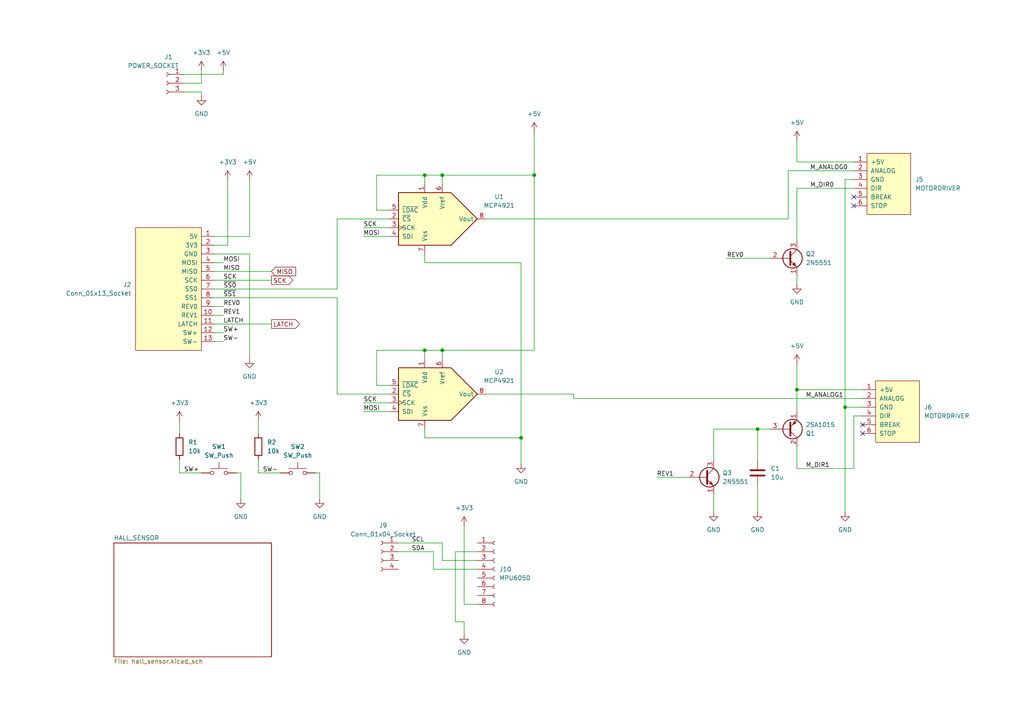
<source format=kicad_sch>
(kicad_sch (version 20250114) (generator "eeschema") (generator_version "9.0")
  (paper "A4")
  (lib_symbols
    (symbol "2SC1815_1" (pin_names (offset 0) (hide yes))
      (property "Reference" "Q3" (at 5.08 1.2701 0))
      (property "Value" "2SC1815" (at 5.08 -1.2699 0))
      (symbol "2SC1815_1_0_1"
        (polyline (pts (xy -2.54 0) (xy 0.635 0)))
        (polyline (pts (xy 0.635 1.905) (xy 0.635 -1.905)) (stroke (width 0.508)))
        (circle (center 1.27 0) (radius 2.8194) (stroke (width 0.254)))
      )
      (symbol "2SC1815_1_1_1"
        (polyline (pts (xy 0.635 0.635) (xy 2.54 2.54)))
        (polyline (pts (xy 0.635 -0.635) (xy 2.54 -2.54)))
        (polyline (pts (xy 1.27 -1.778) (xy 1.778 -1.27) (xy 2.286 -2.286) (xy 1.27 -1.778)) (fill (type outline)))
        (pin input line (at -5.08 0 0) (length 2.54) (name "B") (number "2"))
        (pin passive line (at 2.54 5.08 270) (length 2.54) (name "C") (number "3"))
        (pin passive line (at 2.54 -5.08 90) (length 2.54) (name "E") (number "1"))
      )
    )
    (symbol "Analog_DAC:MCP4921" (pin_names (offset 1.016))
      (property "Reference" "U" (at 6.35 10.795 0))
      (property "Value" "MCP4921" (at 6.35 8.89 0))
      (symbol "MCP4921_0_0"
        (polyline (pts (xy 15.24 0) (xy 7.62 7.62) (xy -7.62 7.62) (xy -7.62 -7.62) (xy 7.62 -7.62) (xy 15.24 0)) (stroke (width 0.254)) (fill (type background)))
      )
      (symbol "MCP4921_1_1"
        (pin input line (at -10.16 2.54 0) (length 2.54) (name "~{LDAC}") (number "5"))
        (pin input line (at -10.16 0 0) (length 2.54) (name "~{CS}") (number "2"))
        (pin input clock (at -10.16 -2.54 0) (length 2.54) (name "SCK") (number "3"))
        (pin input line (at -10.16 -5.08 0) (length 2.54) (name "SDI") (number "4"))
        (pin power_in line (at 0 10.16 270) (length 2.54) (name "Vdd") (number "1"))
        (pin power_in line (at 0 -10.16 90) (length 2.54) (name "Vss") (number "7"))
        (pin power_in line (at 5.08 10.16 270) (length 2.54) (name "Vref") (number "6"))
        (pin output line (at 17.78 0 180) (length 2.54) (name "Vout") (number "8"))
      )
    )
    (symbol "Conn_01x06_Socket_1" (pin_names (offset 1.016))
      (property "Reference" "J4" (at 3.81 6.35 0))
      (property "Value" "MOTORDRIVER" (at 3.81 3.81 0))
      (symbol "Conn_01x06_Socket_1_1_1"
        (rectangle (start 3.81 2.54) (end 16.51 -15.24) (fill (type background)))
        (pin passive line (at 0 0 0) (length 3.81) (name "+5V") (number "1"))
        (pin passive line (at 0 -2.54 0) (length 3.81) (name "ANALOG") (number "2"))
        (pin passive line (at 0 -5.08 0) (length 3.81) (name "GND") (number "3"))
        (pin passive line (at 0 -7.62 0) (length 3.81) (name "DIR") (number "4"))
        (pin passive line (at 0 -10.16 0) (length 3.81) (name "BREAK") (number "5"))
        (pin passive line (at 0 -12.7 0) (length 3.81) (name "STOP") (number "6"))
      )
    )
    (symbol "Connector:Conn_01x03_Socket" (pin_names (offset 1.016) (hide yes))
      (property "Reference" "J" (at 0 5.08 0))
      (property "Value" "Conn_01x03_Socket" (at 0 -5.08 0))
      (symbol "Conn_01x03_Socket_1_1"
        (polyline (pts (xy -1.27 2.54) (xy -0.508 2.54)) (stroke (width 0.1524)))
        (polyline (pts (xy -1.27 0) (xy -0.508 0)) (stroke (width 0.1524)))
        (polyline (pts (xy -1.27 -2.54) (xy -0.508 -2.54)) (stroke (width 0.1524)))
        (arc (start 0 2.032) (mid -0.5058 2.54) (end 0 3.048) (stroke (width 0.1524)))
        (arc (start 0 -0.508) (mid -0.5058 0) (end 0 0.508) (stroke (width 0.1524)))
        (arc (start 0 -3.048) (mid -0.5058 -2.54) (end 0 -2.032) (stroke (width 0.1524)))
        (pin passive line (at -5.08 2.54 0) (length 3.81) (name "Pin_1") (number "1"))
        (pin passive line (at -5.08 0 0) (length 3.81) (name "Pin_2") (number "2"))
        (pin passive line (at -5.08 -2.54 0) (length 3.81) (name "Pin_3") (number "3"))
      )
    )
    (symbol "Connector:Conn_01x04_Socket" (pin_names (offset 1.016) (hide yes))
      (property "Reference" "J" (at 0 5.08 0))
      (property "Value" "Conn_01x04_Socket" (at 0 -7.62 0))
      (symbol "Conn_01x04_Socket_1_1"
        (polyline (pts (xy -1.27 2.54) (xy -0.508 2.54)) (stroke (width 0.1524)))
        (polyline (pts (xy -1.27 0) (xy -0.508 0)) (stroke (width 0.1524)))
        (polyline (pts (xy -1.27 -2.54) (xy -0.508 -2.54)) (stroke (width 0.1524)))
        (polyline (pts (xy -1.27 -5.08) (xy -0.508 -5.08)) (stroke (width 0.1524)))
        (arc (start 0 2.032) (mid -0.5058 2.54) (end 0 3.048) (stroke (width 0.1524)))
        (arc (start 0 -0.508) (mid -0.5058 0) (end 0 0.508) (stroke (width 0.1524)))
        (arc (start 0 -3.048) (mid -0.5058 -2.54) (end 0 -2.032) (stroke (width 0.1524)))
        (arc (start 0 -5.588) (mid -0.5058 -5.08) (end 0 -4.572) (stroke (width 0.1524)))
        (pin passive line (at -5.08 2.54 0) (length 3.81) (name "Pin_1") (number "1"))
        (pin passive line (at -5.08 0 0) (length 3.81) (name "Pin_2") (number "2"))
        (pin passive line (at -5.08 -2.54 0) (length 3.81) (name "Pin_3") (number "3"))
        (pin passive line (at -5.08 -5.08 0) (length 3.81) (name "Pin_4") (number "4"))
      )
    )
    (symbol "Connector:Conn_01x08_Socket" (pin_names (offset 1.016) (hide yes))
      (property "Reference" "J" (at 0 10.16 0))
      (property "Value" "Conn_01x08_Socket" (at 0 -12.7 0))
      (symbol "Conn_01x08_Socket_1_1"
        (polyline (pts (xy -1.27 7.62) (xy -0.508 7.62)) (stroke (width 0.1524)))
        (polyline (pts (xy -1.27 5.08) (xy -0.508 5.08)) (stroke (width 0.1524)))
        (polyline (pts (xy -1.27 2.54) (xy -0.508 2.54)) (stroke (width 0.1524)))
        (polyline (pts (xy -1.27 0) (xy -0.508 0)) (stroke (width 0.1524)))
        (polyline (pts (xy -1.27 -2.54) (xy -0.508 -2.54)) (stroke (width 0.1524)))
        (polyline (pts (xy -1.27 -5.08) (xy -0.508 -5.08)) (stroke (width 0.1524)))
        (polyline (pts (xy -1.27 -7.62) (xy -0.508 -7.62)) (stroke (width 0.1524)))
        (polyline (pts (xy -1.27 -10.16) (xy -0.508 -10.16)) (stroke (width 0.1524)))
        (arc (start 0 7.112) (mid -0.5058 7.62) (end 0 8.128) (stroke (width 0.1524)))
        (arc (start 0 4.572) (mid -0.5058 5.08) (end 0 5.588) (stroke (width 0.1524)))
        (arc (start 0 2.032) (mid -0.5058 2.54) (end 0 3.048) (stroke (width 0.1524)))
        (arc (start 0 -0.508) (mid -0.5058 0) (end 0 0.508) (stroke (width 0.1524)))
        (arc (start 0 -3.048) (mid -0.5058 -2.54) (end 0 -2.032) (stroke (width 0.1524)))
        (arc (start 0 -5.588) (mid -0.5058 -5.08) (end 0 -4.572) (stroke (width 0.1524)))
        (arc (start 0 -8.128) (mid -0.5058 -7.62) (end 0 -7.112) (stroke (width 0.1524)))
        (arc (start 0 -10.668) (mid -0.5058 -10.16) (end 0 -9.652) (stroke (width 0.1524)))
        (pin passive line (at -5.08 7.62 0) (length 3.81) (name "Pin_1") (number "1"))
        (pin passive line (at -5.08 5.08 0) (length 3.81) (name "Pin_2") (number "2"))
        (pin passive line (at -5.08 2.54 0) (length 3.81) (name "Pin_3") (number "3"))
        (pin passive line (at -5.08 0 0) (length 3.81) (name "Pin_4") (number "4"))
        (pin passive line (at -5.08 -2.54 0) (length 3.81) (name "Pin_5") (number "5"))
        (pin passive line (at -5.08 -5.08 0) (length 3.81) (name "Pin_6") (number "6"))
        (pin passive line (at -5.08 -7.62 0) (length 3.81) (name "Pin_7") (number "7"))
        (pin passive line (at -5.08 -10.16 0) (length 3.81) (name "Pin_8") (number "8"))
      )
    )
    (symbol "Connector:Conn_01x13_Socket" (pin_names (offset 1.016))
      (property "Reference" "J1" (at 4.064 5.842 0))
      (property "Value" "Conn_01x13_Socket" (at 3.81 3.81 0))
      (symbol "Conn_01x13_Socket_1_1"
        (rectangle (start 3.81 2.54) (end 22.86 -33.02) (fill (type background)))
        (pin passive line (at 0 0 0) (length 3.81) (name "5V") (number "1"))
        (pin passive line (at 0 -2.54 0) (length 3.81) (name "3V3") (number "2"))
        (pin passive line (at 0 -5.08 0) (length 3.81) (name "GND") (number "3"))
        (pin passive line (at 0 -7.62 0) (length 3.81) (name "MOSI") (number "4"))
        (pin passive line (at 0 -10.16 0) (length 3.81) (name "MISO") (number "5"))
        (pin passive line (at 0 -12.7 0) (length 3.81) (name "SCK") (number "6"))
        (pin passive line (at 0 -15.24 0) (length 3.81) (name "SS0") (number "7"))
        (pin passive line (at 0 -17.78 0) (length 3.81) (name "SS1") (number "8"))
        (pin passive line (at 0 -20.32 0) (length 3.81) (name "REV0") (number "9"))
        (pin passive line (at 0 -22.86 0) (length 3.81) (name "REV1") (number "10"))
        (pin passive line (at 0 -25.4 0) (length 3.81) (name "LATCH") (number "11"))
        (pin passive line (at 0 -27.94 0) (length 3.81) (name "SW+") (number "12"))
        (pin passive line (at 0 -30.48 0) (length 3.81) (name "SW-") (number "13"))
      )
    )
    (symbol "Device:C" (pin_numbers (hide yes)) (pin_names (offset 0.254))
      (property "Reference" "C" (at 0.635 2.54 0))
      (property "Value" "C" (at 0.635 -2.54 0))
      (symbol "C_0_1"
        (polyline (pts (xy -2.032 0.762) (xy 2.032 0.762)) (stroke (width 0.508)))
        (polyline (pts (xy -2.032 -0.762) (xy 2.032 -0.762)) (stroke (width 0.508)))
      )
      (symbol "C_1_1"
        (pin passive line (at 0 3.81 270) (length 2.794) (name "~") (number "1"))
        (pin passive line (at 0 -3.81 90) (length 2.794) (name "~") (number "2"))
      )
    )
    (symbol "Device:R" (pin_numbers (hide yes)) (pin_names (offset 0))
      (property "Reference" "R" (at 2.032 0 90))
      (property "Value" "R" (at 0 0 90))
      (symbol "R_0_1"
        (rectangle (start -1.016 -2.54) (end 1.016 2.54) (stroke (width 0.254)))
      )
      (symbol "R_1_1"
        (pin passive line (at 0 3.81 270) (length 1.27) (name "~") (number "1"))
        (pin passive line (at 0 -3.81 90) (length 1.27) (name "~") (number "2"))
      )
    )
    (symbol "Switch:SW_Push" (pin_numbers (hide yes)) (pin_names (offset 1.016) (hide yes))
      (property "Reference" "SW" (at 1.27 2.54 0))
      (property "Value" "SW_Push" (at 0 -1.524 0))
      (symbol "SW_Push_0_1"
        (circle (center -2.032 0) (radius 0.508))
        (polyline (pts (xy 0 1.27) (xy 0 3.048)))
        (circle (center 2.032 0) (radius 0.508))
        (polyline (pts (xy 2.54 1.27) (xy -2.54 1.27)))
        (pin passive line (at -5.08 0 0) (length 2.54) (name "1") (number "1"))
        (pin passive line (at 5.08 0 180) (length 2.54) (name "2") (number "2"))
      )
    )
    (symbol "Transistor_BJT:2SA1015" (pin_names (offset 0) (hide yes))
      (property "Reference" "Q" (at 5.08 1.905 0))
      (property "Value" "2SA1015" (at 5.08 0 0))
      (symbol "2SA1015_0_1"
        (polyline (pts (xy -2.54 0) (xy 0.635 0)))
        (polyline (pts (xy 0.635 1.905) (xy 0.635 -1.905)) (stroke (width 0.508)))
        (polyline (pts (xy 0.635 0.635) (xy 2.54 2.54)))
        (polyline (pts (xy 0.635 -0.635) (xy 2.54 -2.54)))
        (circle (center 1.27 0) (radius 2.8194) (stroke (width 0.254)))
        (polyline (pts (xy 2.286 -1.778) (xy 1.778 -2.286) (xy 1.27 -1.27) (xy 2.286 -1.778)) (fill (type outline)))
      )
      (symbol "2SA1015_1_1"
        (pin input line (at -5.08 0 0) (length 2.54) (name "B") (number "3"))
        (pin passive line (at 2.54 5.08 270) (length 2.54) (name "C") (number "2"))
        (pin passive line (at 2.54 -5.08 90) (length 2.54) (name "E") (number "1"))
      )
    )
    (symbol "power:+3V3" (power) (pin_numbers (hide yes)) (pin_names (offset 0) (hide yes))
      (property "Value" "+3V3" (at 0 3.556 0))
      (symbol "+3V3_0_1"
        (polyline (pts (xy -0.762 1.27) (xy 0 2.54)))
        (polyline (pts (xy 0 2.54) (xy 0.762 1.27)))
        (polyline (pts (xy 0 0) (xy 0 2.54)))
      )
      (symbol "+3V3_1_1"
        (pin power_in line (at 0 0 90) (length 0) (name "~") (number "1"))
      )
    )
    (symbol "power:+5V" (power) (pin_numbers (hide yes)) (pin_names (offset 0) (hide yes))
      (property "Value" "+5V" (at 0 3.556 0))
      (symbol "+5V_0_1"
        (polyline (pts (xy -0.762 1.27) (xy 0 2.54)))
        (polyline (pts (xy 0 2.54) (xy 0.762 1.27)))
        (polyline (pts (xy 0 0) (xy 0 2.54)))
      )
      (symbol "+5V_1_1"
        (pin power_in line (at 0 0 90) (length 0) (name "~") (number "1"))
      )
    )
    (symbol "power:GND" (power) (pin_numbers (hide yes)) (pin_names (offset 0) (hide yes))
      (property "Value" "GND" (at 0 -3.81 0))
      (symbol "GND_0_1"
        (polyline (pts (xy 0 0) (xy 0 -1.27) (xy 1.27 -1.27) (xy 0 -2.54) (xy -1.27 -1.27) (xy 0 -1.27)))
      )
      (symbol "GND_1_1"
        (pin power_in line (at 0 0 270) (length 0) (name "~") (number "1"))
      )
    )
  )
  (junction (at 231.14 113.03))
  (junction (at 128.27 50.8))
  (junction (at 219.71 124.46))
  (junction (at 123.19 50.8))
  (junction (at 151.13 127))
  (junction (at 123.19 101.6))
  (junction (at 154.94 50.8))
  (junction (at 128.27 101.6))
  (junction (at 245.11 118.11))
  (no_connect (at 247.65 57.15))
  (no_connect (at 250.19 125.73))
  (no_connect (at 247.65 59.69))
  (no_connect (at 250.19 123.19))
  (wire (pts (xy 123.19 127) (xy 123.19 124.46)))
  (wire (pts (xy 69.85 137.16) (xy 68.58 137.16)))
  (wire (pts (xy 62.23 76.2) (xy 64.77 76.2)))
  (wire (pts (xy 250.19 120.65) (xy 247.65 120.65)))
  (wire (pts (xy 128.27 101.6) (xy 123.19 101.6)))
  (wire (pts (xy 151.13 127) (xy 151.13 76.2)))
  (wire (pts (xy 228.6 63.5) (xy 228.6 49.53)))
  (wire (pts (xy 62.23 93.98) (xy 78.74 93.98)))
  (wire (pts (xy 128.27 50.8) (xy 128.27 53.34)))
  (wire (pts (xy 74.93 121.92) (xy 74.93 125.73)))
  (wire (pts (xy 132.08 160.02) (xy 132.08 180.34)))
  (wire (pts (xy 123.19 101.6) (xy 109.22 101.6)))
  (wire (pts (xy 72.39 68.58) (xy 62.23 68.58)))
  (wire (pts (xy 207.01 124.46) (xy 219.71 124.46)))
  (wire (pts (xy 128.27 101.6) (xy 128.27 104.14)))
  (wire (pts (xy 231.14 105.41) (xy 231.14 113.03)))
  (wire (pts (xy 52.07 121.92) (xy 52.07 125.73)))
  (wire (pts (xy 58.42 27.94) (xy 58.42 26.67)))
  (wire (pts (xy 128.27 50.8) (xy 154.94 50.8)))
  (wire (pts (xy 62.23 91.44) (xy 64.77 91.44)))
  (wire (pts (xy 58.42 24.13) (xy 58.42 20.32)))
  (wire (pts (xy 231.14 113.03) (xy 231.14 119.38)))
  (wire (pts (xy 115.57 160.02) (xy 125.73 160.02)))
  (wire (pts (xy 123.19 76.2) (xy 123.19 73.66)))
  (wire (pts (xy 123.19 50.8) (xy 109.22 50.8)))
  (wire (pts (xy 231.14 69.85) (xy 231.14 54.61)))
  (wire (pts (xy 97.79 114.3) (xy 97.79 86.36)))
  (wire (pts (xy 250.19 115.57) (xy 166.37 115.57)))
  (wire (pts (xy 151.13 76.2) (xy 123.19 76.2)))
  (wire (pts (xy 219.71 124.46) (xy 223.52 124.46)))
  (wire (pts (xy 97.79 114.3) (xy 113.03 114.3)))
  (wire (pts (xy 231.14 113.03) (xy 250.19 113.03)))
  (wire (pts (xy 62.23 99.06) (xy 64.77 99.06)))
  (wire (pts (xy 210.82 74.93) (xy 223.52 74.93)))
  (wire (pts (xy 62.23 78.74) (xy 78.74 78.74)))
  (wire (pts (xy 128.27 162.56) (xy 138.43 162.56)))
  (wire (pts (xy 138.43 160.02) (xy 132.08 160.02)))
  (wire (pts (xy 207.01 143.51) (xy 207.01 148.59)))
  (wire (pts (xy 66.04 71.12) (xy 66.04 52.07)))
  (wire (pts (xy 128.27 50.8) (xy 123.19 50.8)))
  (wire (pts (xy 123.19 50.8) (xy 123.19 53.34)))
  (wire (pts (xy 109.22 101.6) (xy 109.22 111.76)))
  (wire (pts (xy 69.85 144.78) (xy 69.85 137.16)))
  (wire (pts (xy 245.11 148.59) (xy 245.11 118.11)))
  (wire (pts (xy 154.94 50.8) (xy 154.94 101.6)))
  (wire (pts (xy 62.23 88.9) (xy 64.77 88.9)))
  (wire (pts (xy 72.39 52.07) (xy 72.39 68.58)))
  (wire (pts (xy 132.08 180.34) (xy 134.62 180.34)))
  (wire (pts (xy 219.71 140.97) (xy 219.71 148.59)))
  (wire (pts (xy 109.22 111.76) (xy 113.03 111.76)))
  (wire (pts (xy 151.13 134.62) (xy 151.13 127)))
  (wire (pts (xy 166.37 114.3) (xy 140.97 114.3)))
  (wire (pts (xy 64.77 20.32) (xy 64.77 21.59)))
  (wire (pts (xy 62.23 96.52) (xy 64.77 96.52)))
  (wire (pts (xy 105.41 119.38) (xy 113.03 119.38)))
  (wire (pts (xy 219.71 124.46) (xy 219.71 133.35)))
  (wire (pts (xy 231.14 46.99) (xy 247.65 46.99)))
  (wire (pts (xy 247.65 135.89) (xy 231.14 135.89)))
  (wire (pts (xy 123.19 101.6) (xy 123.19 104.14)))
  (wire (pts (xy 105.41 116.84) (xy 113.03 116.84)))
  (wire (pts (xy 52.07 133.35) (xy 52.07 137.16)))
  (wire (pts (xy 166.37 115.57) (xy 166.37 114.3)))
  (wire (pts (xy 138.43 175.26) (xy 134.62 175.26)))
  (wire (pts (xy 97.79 83.82) (xy 97.79 63.5)))
  (wire (pts (xy 109.22 50.8) (xy 109.22 60.96)))
  (wire (pts (xy 134.62 180.34) (xy 134.62 184.15)))
  (wire (pts (xy 154.94 38.1) (xy 154.94 50.8)))
  (wire (pts (xy 92.71 144.78) (xy 92.71 137.16)))
  (wire (pts (xy 231.14 135.89) (xy 231.14 129.54)))
  (wire (pts (xy 134.62 175.26) (xy 134.62 152.4)))
  (wire (pts (xy 125.73 165.1) (xy 138.43 165.1)))
  (wire (pts (xy 231.14 40.64) (xy 231.14 46.99)))
  (wire (pts (xy 53.34 24.13) (xy 58.42 24.13)))
  (wire (pts (xy 62.23 71.12) (xy 66.04 71.12)))
  (wire (pts (xy 53.34 21.59) (xy 64.77 21.59)))
  (wire (pts (xy 62.23 83.82) (xy 97.79 83.82)))
  (wire (pts (xy 140.97 63.5) (xy 228.6 63.5)))
  (wire (pts (xy 231.14 80.01) (xy 231.14 82.55)))
  (wire (pts (xy 97.79 86.36) (xy 62.23 86.36)))
  (wire (pts (xy 97.79 63.5) (xy 113.03 63.5)))
  (wire (pts (xy 207.01 124.46) (xy 207.01 133.35)))
  (wire (pts (xy 62.23 81.28) (xy 78.74 81.28)))
  (wire (pts (xy 128.27 157.48) (xy 128.27 162.56)))
  (wire (pts (xy 52.07 137.16) (xy 58.42 137.16)))
  (wire (pts (xy 115.57 157.48) (xy 128.27 157.48)))
  (wire (pts (xy 245.11 52.07) (xy 247.65 52.07)))
  (wire (pts (xy 125.73 160.02) (xy 125.73 165.1)))
  (wire (pts (xy 72.39 104.14) (xy 72.39 73.66)))
  (wire (pts (xy 228.6 49.53) (xy 247.65 49.53)))
  (wire (pts (xy 74.93 137.16) (xy 81.28 137.16)))
  (wire (pts (xy 72.39 73.66) (xy 62.23 73.66)))
  (wire (pts (xy 151.13 127) (xy 123.19 127)))
  (wire (pts (xy 154.94 101.6) (xy 128.27 101.6)))
  (wire (pts (xy 109.22 60.96) (xy 113.03 60.96)))
  (wire (pts (xy 58.42 26.67) (xy 53.34 26.67)))
  (wire (pts (xy 105.41 68.58) (xy 113.03 68.58)))
  (wire (pts (xy 190.5 138.43) (xy 199.39 138.43)))
  (wire (pts (xy 245.11 118.11) (xy 250.19 118.11)))
  (wire (pts (xy 74.93 133.35) (xy 74.93 137.16)))
  (wire (pts (xy 92.71 137.16) (xy 91.44 137.16)))
  (wire (pts (xy 231.14 54.61) (xy 247.65 54.61)))
  (wire (pts (xy 245.11 118.11) (xy 245.11 52.07)))
  (wire (pts (xy 105.41 66.04) (xy 113.03 66.04)))
  (wire (pts (xy 247.65 120.65) (xy 247.65 135.89)))
  (label "REV1" (at 64.77 91.44 0))
  (label "SCK" (at 105.41 66.04 0))
  (label "M_ANALOG1" (at 233.68 115.57 0))
  (label "M_ANALOG0" (at 234.95 49.53 0))
  (label "SCK" (at 105.41 116.84 0))
  (label "LATCH" (at 64.77 93.98 0))
  (label "M_DIR0" (at 234.95 54.61 0))
  (label "SW-" (at 64.77 99.06 0))
  (label "~{SS1}" (at 64.77 86.36 0))
  (label "SCK" (at 64.77 81.28 0))
  (label "MOSI" (at 105.41 119.38 0))
  (label "SDA" (at 119.38 160.02 0))
  (label "M_DIR1" (at 233.68 135.89 0))
  (label "MOSI" (at 64.77 76.2 0))
  (label "MOSI" (at 105.41 68.58 0))
  (label "SW+" (at 53.34 137.16 0))
  (label "SW-" (at 76.2 137.16 0))
  (label "~{SS0}" (at 64.77 83.82 0))
  (label "SCL" (at 119.38 157.48 0))
  (label "MISO" (at 64.77 78.74 0))
  (label "REV0" (at 210.82 74.93 0))
  (label "REV1" (at 190.5 138.43 0))
  (label "REV0" (at 64.77 88.9 0))
  (label "SW+" (at 64.77 96.52 0))
  (global_label "MISO" (shape input) (at 78.74 78.74 0) (property "Intersheetrefs" "${INTERSHEET_REFS}" (effects (hide yes))))
  (global_label "LATCH" (shape output) (at 78.74 93.98 0) (property "Intersheetrefs" "${INTERSHEET_REFS}" (effects (hide yes))))
  (global_label "SCK" (shape output) (at 78.74 81.28 0) (property "Intersheetrefs" "${INTERSHEET_REFS}" (effects (hide yes))))
  (symbol (lib_id "power:GND") (at 134.62 184.15 0) (unit 1)
    (property "Reference" "#PWR028" (effects (hide yes)))
    (property "Value" "GND" (at 134.62 189.23 0))
    (property "Description" "Power symbol creates a global label with name \"GND\" , ground" (effects (hide yes)))
  )
  (symbol (lib_id "power:+5V") (at 231.14 40.64 0) (unit 1)
    (property "Reference" "#PWR010" (effects (hide yes)))
    (property "Value" "+5V" (at 231.14 35.56 0))
    (property "Description" "Power symbol creates a global label with name \"+5V\"" (effects (hide yes)))
  )
  (symbol (lib_id "power:GND") (at 92.71 144.78 0) (unit 1)
    (property "Reference" "#PWR013" (effects (hide yes)))
    (property "Value" "GND" (at 92.71 149.86 0))
    (property "Description" "Power symbol creates a global label with name \"GND\" , ground" (effects (hide yes)))
  )
  (symbol (lib_id "power:+5V") (at 64.77 20.32 0) (unit 1)
    (property "Reference" "#PWR026" (effects (hide yes)))
    (property "Value" "+5V" (at 64.77 15.24 0))
    (property "Description" "Power symbol creates a global label with name \"+5V\"" (effects (hide yes)))
  )
  (symbol (lib_id "power:GND") (at 72.39 104.14 0) (unit 1)
    (property "Reference" "#PWR01" (effects (hide yes)))
    (property "Value" "GND" (at 72.39 109.22 0))
    (property "Description" "Power symbol creates a global label with name \"GND\" , ground" (effects (hide yes)))
  )
  (symbol (lib_id "power:GND") (at 69.85 144.78 0) (unit 1)
    (property "Reference" "#PWR012" (effects (hide yes)))
    (property "Value" "GND" (at 69.85 149.86 0))
    (property "Description" "Power symbol creates a global label with name \"GND\" , ground" (effects (hide yes)))
  )
  (symbol (lib_id "Connector:Conn_01x04_Socket") (at 110.49 160.02 0) (mirror y) (unit 1)
    (property "Reference" "J9" (at 111.125 152.4 0))
    (property "Value" "Conn_01x04_Socket" (at 111.125 154.94 0))
    (property "Footprint" "Connector_PinHeader_2.54mm:PinHeader_1x04_P2.54mm_Vertical" (effects (hide yes)))
    (property "Description" "Generic connector, single row, 01x04, script generated" (effects (hide yes)))
  )
  (symbol (lib_id "Device:R") (at 74.93 129.54 0) (unit 1)
    (property "Reference" "R2" (at 77.47 128.2699 0) (effects (justify left)))
    (property "Value" "10k" (at 77.47 130.8099 0) (effects (justify left)))
    (property "Footprint" "Resistor_THT:R_Axial_DIN0207_L6.3mm_D2.5mm_P10.16mm_Horizontal" (effects (hide yes)))
    (property "Description" "Resistor" (effects (hide yes)))
  )
  (symbol (lib_id "Transistor_BJT:2SA1015") (at 228.6 124.46 0) (mirror x) (unit 1)
    (property "Reference" "Q1" (at 233.68 125.7301 0) (effects (justify left)))
    (property "Value" "2SA1015" (at 233.68 123.1901 0) (effects (justify left)))
    (property "Footprint" "Package_TO_SOT_THT:TO-92_Inline" (effects (hide yes)))
    (property "Datasheet" "http://www.datasheetcatalog.org/datasheet/toshiba/905.pdf" (effects (hide yes)))
    (property "Description" "-0.15A Ic, -50V Vce, Low Noise Audio PNP Transistor, TO-92" (effects (hide yes)))
  )
  (symbol (lib_id "Switch:SW_Push") (at 86.36 137.16 0) (unit 1)
    (property "Reference" "SW2" (at 86.36 129.54 0))
    (property "Value" "SW_Push" (at 86.36 132.08 0))
    (property "Footprint" "Button_Switch_THT:SW_PUSH_6mm" (effects (hide yes)))
    (property "Description" "Push button switch, generic, two pins" (effects (hide yes)))
  )
  (symbol (lib_id "power:GND") (at 219.71 148.59 0) (unit 1)
    (property "Reference" "#PWR08" (effects (hide yes)))
    (property "Value" "GND" (at 219.71 153.67 0))
    (property "Description" "Power symbol creates a global label with name \"GND\" , ground" (effects (hide yes)))
  )
  (symbol (lib_id "power:+3V3") (at 74.93 121.92 0) (unit 1)
    (property "Reference" "#PWR015" (effects (hide yes)))
    (property "Value" "+3V3" (at 74.93 116.84 0))
    (property "Description" "Power symbol creates a global label with name \"+3V3\"" (effects (hide yes)))
  )
  (symbol (lib_id "power:+3V3") (at 66.04 52.07 0) (unit 1)
    (property "Reference" "#PWR03" (effects (hide yes)))
    (property "Value" "+3V3" (at 66.04 46.99 0))
    (property "Description" "Power symbol creates a global label with name \"+3V3\"" (effects (hide yes)))
  )
  (symbol (lib_id "power:+3V3") (at 52.07 121.92 0) (unit 1)
    (property "Reference" "#PWR014" (effects (hide yes)))
    (property "Value" "+3V3" (at 52.07 116.84 0))
    (property "Description" "Power symbol creates a global label with name \"+3V3\"" (effects (hide yes)))
  )
  (symbol (lib_id "power:GND") (at 151.13 134.62 0) (unit 1)
    (property "Reference" "#PWR04" (effects (hide yes)))
    (property "Value" "GND" (at 151.13 139.7 0))
    (property "Description" "Power symbol creates a global label with name \"GND\" , ground" (effects (hide yes)))
  )
  (symbol (lib_id "Connector:Conn_01x08_Socket") (at 143.51 165.1 0) (unit 1)
    (property "Reference" "J10" (at 144.78 165.0999 0) (effects (justify left)))
    (property "Value" "MPU6050" (at 144.78 167.6399 0) (effects (justify left)))
    (property "Footprint" "Connector_PinHeader_2.54mm:PinHeader_1x08_P2.54mm_Vertical" (effects (hide yes)))
    (property "Description" "Generic connector, single row, 01x08, script generated" (effects (hide yes)))
  )
  (symbol (lib_id "power:+5V") (at 72.39 52.07 0) (unit 1)
    (property "Reference" "#PWR02" (effects (hide yes)))
    (property "Value" "+5V" (at 72.39 46.99 0))
    (property "Description" "Power symbol creates a global label with name \"+5V\"" (effects (hide yes)))
  )
  (symbol (lib_id "power:+5V") (at 231.14 105.41 0) (unit 1)
    (property "Reference" "#PWR06" (effects (hide yes)))
    (property "Value" "+5V" (at 231.14 100.33 0))
    (property "Description" "Power symbol creates a global label with name \"+5V\"" (effects (hide yes)))
  )
  (symbol (lib_id "Analog_DAC:MCP4921") (at 123.19 114.3 0) (unit 1)
    (property "Reference" "U2" (at 144.78 107.8798 0))
    (property "Value" "MCP4921" (at 144.78 110.4198 0))
    (property "Footprint" "Package_DIP:DIP-8_W7.62mm_LongPads" (effects (hide yes)))
    (property "Datasheet" "http://ww1.microchip.com/downloads/en/DeviceDoc/22248a.pdf" (effects (hide yes)))
    (property "Description" "12-Bit D/A Converters with SPI Interface" (effects (hide yes)))
  )
  (symbol (lib_id "Device:R") (at 52.07 129.54 0) (unit 1)
    (property "Reference" "R1" (at 54.61 128.2699 0) (effects (justify left)))
    (property "Value" "10k" (at 54.61 130.8099 0) (effects (justify left)))
    (property "Footprint" "Resistor_THT:R_Axial_DIN0207_L6.3mm_D2.5mm_P10.16mm_Horizontal" (effects (hide yes)))
    (property "Description" "Resistor" (effects (hide yes)))
  )
  (symbol (lib_id "power:GND") (at 231.14 82.55 0) (unit 1)
    (property "Reference" "#PWR09" (effects (hide yes)))
    (property "Value" "GND" (at 231.14 87.63 0))
    (property "Description" "Power symbol creates a global label with name \"GND\" , ground" (effects (hide yes)))
  )
  (symbol (lib_id "power:+5V") (at 154.94 38.1 0) (unit 1)
    (property "Reference" "#PWR05" (effects (hide yes)))
    (property "Value" "+5V" (at 154.94 33.02 0))
    (property "Description" "Power symbol creates a global label with name \"+5V\"" (effects (hide yes)))
  )
  (symbol (lib_id "Connector:Conn_01x03_Socket") (at 48.26 24.13 0) (mirror y) (unit 1)
    (property "Reference" "J1" (at 48.895 16.51 0))
    (property "Value" "POWER_SOCKET" (at 44.45 19.05 0))
    (property "Footprint" "TerminalBlock_Phoenix:TerminalBlock_Phoenix_PT-1,5-3-3.5-H_1x03_P3.50mm_Horizontal" (effects (hide yes)))
    (property "Description" "Generic connector, single row, 01x03, script generated" (effects (hide yes)))
  )
  (symbol (lib_id "Connector:Conn_01x13_Socket") (at 62.23 68.58 0) (mirror y) (unit 1)
    (property "Reference" "J2" (at 38.1 82.5499 0) (effects (justify left)))
    (property "Value" "Conn_01x13_Socket" (at 38.1 85.0899 0) (effects (justify left)))
    (property "Footprint" "Connector_PinHeader_2.54mm:PinHeader_1x13_P2.54mm_Vertical" (effects (hide yes)))
    (property "Description" "Generic connector, single row, 01x13, script generated" (effects (hide yes)))
  )
  (symbol (lib_id "Analog_DAC:MCP4921") (at 123.19 63.5 0) (unit 1)
    (property "Reference" "U1" (at 144.78 57.0798 0))
    (property "Value" "MCP4921" (at 144.78 59.6198 0))
    (property "Footprint" "Package_DIP:DIP-8_W7.62mm_LongPads" (effects (hide yes)))
    (property "Datasheet" "http://ww1.microchip.com/downloads/en/DeviceDoc/22248a.pdf" (effects (hide yes)))
    (property "Description" "12-Bit D/A Converters with SPI Interface" (effects (hide yes)))
  )
  (symbol (lib_id "power:GND") (at 245.11 148.59 0) (unit 1)
    (property "Reference" "#PWR011" (effects (hide yes)))
    (property "Value" "GND" (at 245.11 153.67 0))
    (property "Description" "Power symbol creates a global label with name \"GND\" , ground" (effects (hide yes)))
  )
  (symbol (lib_id "power:GND") (at 58.42 27.94 0) (unit 1)
    (property "Reference" "#PWR027" (effects (hide yes)))
    (property "Value" "GND" (at 58.42 33.02 0))
    (property "Description" "Power symbol creates a global label with name \"GND\" , ground" (effects (hide yes)))
  )
  (symbol (lib_name "Conn_01x06_Socket_1") (lib_id "Connector:Conn_01x06_Socket") (at 247.65 46.99 0) (unit 1)
    (property "Reference" "J5" (at 265.43 52.0699 0) (effects (justify left)))
    (property "Value" "MOTORDRIVER" (at 265.43 54.6099 0) (effects (justify left)))
    (property "Footprint" "Connector_PinSocket_2.54mm:PinSocket_1x06_P2.54mm_Vertical" (effects (hide yes)))
    (property "Description" "Generic connector, single row, 01x06, script generated" (effects (hide yes)))
  )
  (symbol (lib_id "power:+3V3") (at 134.62 152.4 0) (unit 1)
    (property "Reference" "#PWR029" (effects (hide yes)))
    (property "Value" "+3V3" (at 134.62 147.32 0))
    (property "Description" "Power symbol creates a global label with name \"+3V3\"" (effects (hide yes)))
  )
  (symbol (lib_name "Conn_01x06_Socket_1") (lib_id "Connector:Conn_01x06_Socket") (at 250.19 113.03 0) (unit 1)
    (property "Reference" "J6" (at 267.97 118.1099 0) (effects (justify left)))
    (property "Value" "MOTORDRIVER" (at 267.97 120.6499 0) (effects (justify left)))
    (property "Footprint" "Connector_PinSocket_2.54mm:PinSocket_1x06_P2.54mm_Vertical" (effects (hide yes)))
    (property "Description" "Generic connector, single row, 01x06, script generated" (effects (hide yes)))
  )
  (symbol (lib_id "power:GND") (at 207.01 148.59 0) (unit 1)
    (property "Reference" "#PWR07" (effects (hide yes)))
    (property "Value" "GND" (at 207.01 153.67 0))
    (property "Description" "Power symbol creates a global label with name \"GND\" , ground" (effects (hide yes)))
  )
  (symbol (lib_id "Device:C") (at 219.71 137.16 0) (unit 1)
    (property "Reference" "C1" (at 223.52 135.8899 0) (effects (justify left)))
    (property "Value" "10u" (at 223.52 138.4299 0) (effects (justify left)))
    (property "Footprint" "Capacitor_THT:C_Radial_D6.3mm_H5.0mm_P2.50mm" (effects (hide yes)))
    (property "Description" "Unpolarized capacitor" (effects (hide yes)))
  )
  (symbol (lib_name "2SC1815_1") (lib_id "Transistor_BJT:2SC1815") (at 204.47 138.43 0) (unit 1)
    (property "Reference" "Q3" (at 209.55 137.1599 0) (effects (justify left)))
    (property "Value" "2N5551" (at 209.55 139.6999 0) (effects (justify left)))
    (property "Footprint" "Package_TO_SOT_THT:TO-92_Inline" (effects (hide yes)))
    (property "Datasheet" "https://media.digikey.com/pdf/Data%20Sheets/Toshiba%20PDFs/2SC1815.pdf" (effects (hide yes)))
    (property "Description" "0.15A Ic, 50V Vce, Low Noise Audio NPN Transistor, TO-92" (effects (hide yes)))
  )
  (symbol (lib_id "Switch:SW_Push") (at 63.5 137.16 0) (unit 1)
    (property "Reference" "SW1" (at 63.5 129.54 0))
    (property "Value" "SW_Push" (at 63.5 132.08 0))
    (property "Footprint" "Button_Switch_THT:SW_PUSH_6mm" (effects (hide yes)))
    (property "Description" "Push button switch, generic, two pins" (effects (hide yes)))
  )
  (symbol (lib_id "power:+3V3") (at 58.42 20.32 0) (unit 1)
    (property "Reference" "#PWR025" (effects (hide yes)))
    (property "Value" "+3V3" (at 58.42 15.24 0))
    (property "Description" "Power symbol creates a global label with name \"+3V3\"" (effects (hide yes)))
  )
  (symbol (lib_name "2SC1815_1") (lib_id "Transistor_BJT:2SC1815") (at 228.6 74.93 0) (unit 1)
    (property "Reference" "Q2" (at 233.68 73.6599 0) (effects (justify left)))
    (property "Value" "2N5551" (at 233.68 76.1999 0) (effects (justify left)))
    (property "Footprint" "Package_TO_SOT_THT:TO-92_Inline" (effects (hide yes)))
    (property "Datasheet" "https://media.digikey.com/pdf/Data%20Sheets/Toshiba%20PDFs/2SC1815.pdf" (effects (hide yes)))
    (property "Description" "0.15A Ic, 50V Vce, Low Noise Audio NPN Transistor, TO-92" (effects (hide yes)))
  )
  (sheet (at 33.02 157.48) (size 45.72 33.02) (stroke (width 0.1524))
    (property "Sheetname" "HALL_SENSOR" (at 33.02 156.7684 0) (effects (justify left bottom)))
    (property "Sheetfile" "hall_sensor.kicad_sch" (at 33.02 191.0846 0) (effects (justify left top)))
  )
)
</source>
